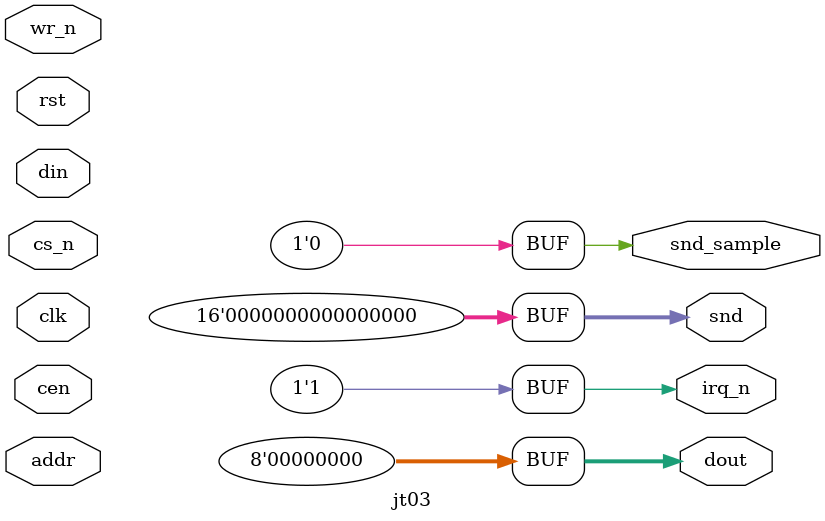
<source format=v>
module jt03 (
    input           rst,        // rst should be at least 6 clk&cen cycles long
    input           clk,        // CPU clock
    input           cen,        // optional clock enable, it not needed leave as 1'b1
    input   [7:0]   din,
    input           addr,
    input           cs_n,
    input           wr_n,
    
    output  [7:0]   dout,
    output          irq_n,
    // combined output
    output  signed  [15:0]  snd,
    output          snd_sample
);

assign dout=8'd0, irq_n = 1'b1;
assign snd=16'd0;
assign snd_sample=1'b0;

reg last_wr_n;
reg [7:0] selection;

always @(posedge clk) if(cen) begin
    last_wr_n <= wr_n;
    if( !wr_n && last_wr_n && !cs_n ) begin
        if( !addr ) selection <= din;
        if(  addr && selection>=8'h20 ) $display("%X, %X", selection, din );
    end
end

endmodule // jt12
</source>
